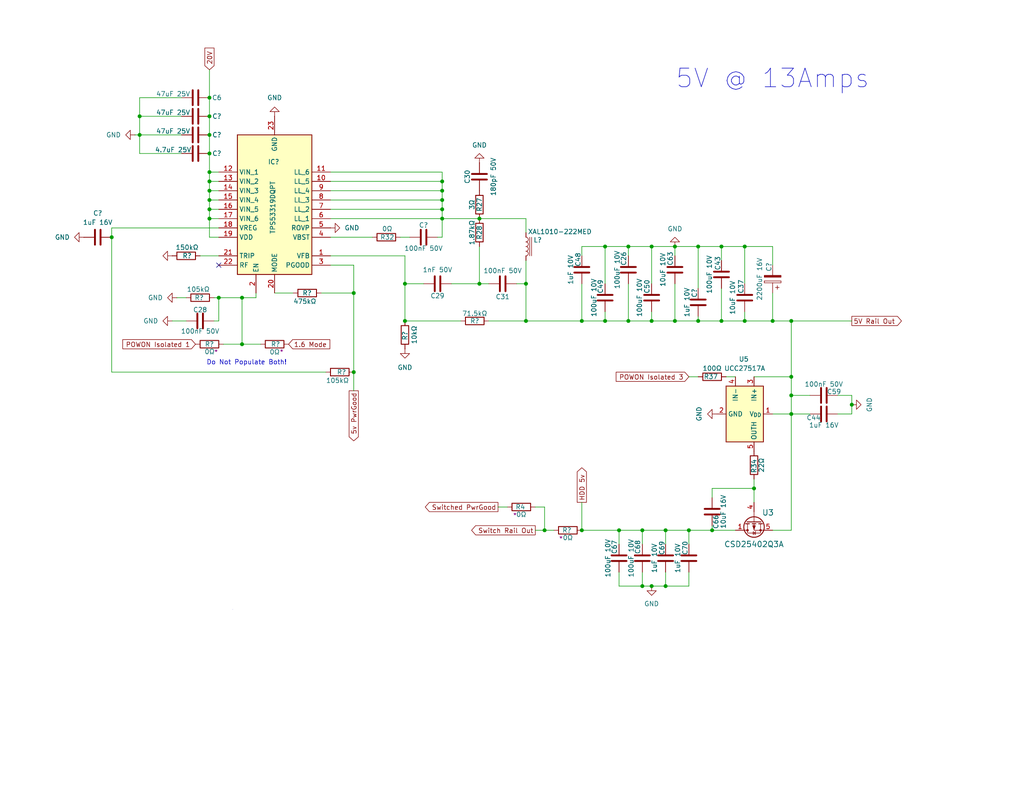
<source format=kicad_sch>
(kicad_sch (version 20250114) (generator "eeschema") (generator_version "9.0")
  (paper "USLetter")
  (title_block (title "pXu") (date "2025-01-02") (rev "1") (company "Andr0"))
  (lib_symbols
    (symbol "Device:C" (pin_numbers (hide yes)) (pin_names (offset 0.254))
      (property "Reference" "C" (at 0.635 2.54 0))
      (property "Value" "C" (at 0.635 -2.54 0))
      (symbol "C_0_1"
        (polyline (pts (xy -2.032 0.762) (xy 2.032 0.762)) (stroke (width 0.508)))
        (polyline (pts (xy -2.032 -0.762) (xy 2.032 -0.762)) (stroke (width 0.508)))
      )
      (symbol "C_1_1"
        (pin passive line (at 0 3.81 270) (length 2.794) (name "~") (number "1"))
        (pin passive line (at 0 -3.81 90) (length 2.794) (name "~") (number "2"))
      )
    )
    (symbol "Device:C_Polarized" (pin_numbers (hide yes)) (pin_names (offset 0.254))
      (property "Reference" "C" (at 0.635 2.54 0))
      (property "Value" "C_Polarized" (at 0.635 -2.54 0))
      (symbol "C_Polarized_0_1"
        (rectangle (start -2.286 0.508) (end 2.286 1.016))
        (polyline (pts (xy -1.778 2.286) (xy -0.762 2.286)))
        (polyline (pts (xy -1.27 2.794) (xy -1.27 1.778)))
        (rectangle (start 2.286 -0.508) (end -2.286 -1.016) (fill (type outline)))
      )
      (symbol "C_Polarized_1_1"
        (pin passive line (at 0 3.81 270) (length 2.794) (name "~") (number "1"))
        (pin passive line (at 0 -3.81 90) (length 2.794) (name "~") (number "2"))
      )
    )
    (symbol "Device:L_Iron" (pin_numbers (hide yes)) (pin_names (offset 1.016) (hide yes))
      (property "Reference" "L" (at -1.27 0 90))
      (property "Value" "L_Iron" (at 2.794 0 90))
      (symbol "L_Iron_0_1"
        (arc (start 0 2.54) (mid 0.6323 1.905) (end 0 1.27))
        (arc (start 0 1.27) (mid 0.6323 0.635) (end 0 0))
        (arc (start 0 0) (mid 0.6323 -0.635) (end 0 -1.27))
        (arc (start 0 -1.27) (mid 0.6323 -1.905) (end 0 -2.54))
        (polyline (pts (xy 1.016 2.54) (xy 1.016 -2.54)))
        (polyline (pts (xy 1.524 -2.54) (xy 1.524 2.54)))
      )
      (symbol "L_Iron_1_1"
        (pin passive line (at 0 3.81 270) (length 1.27) (name "1") (number "1"))
        (pin passive line (at 0 -3.81 90) (length 1.27) (name "2") (number "2"))
      )
    )
    (symbol "Device:R" (pin_numbers (hide yes)) (pin_names (offset 0))
      (property "Reference" "R" (at 2.032 0 90))
      (property "Value" "R" (at 0 0 90))
      (symbol "R_0_1"
        (rectangle (start -1.016 -2.54) (end 1.016 2.54) (stroke (width 0.254)))
      )
      (symbol "R_1_1"
        (pin passive line (at 0 3.81 270) (length 1.27) (name "~") (number "1"))
        (pin passive line (at 0 -3.81 90) (length 1.27) (name "~") (number "2"))
      )
    )
    (symbol "Driver_FET:UCC27511ADBV"
      (property "Reference" "U5" (at 2.1433 10.16 0))
      (property "Value" "UCC27517A" (at 2.1433 7.62 0))
      (symbol "UCC27511ADBV_0_1"
        (rectangle (start -7.62 5.08) (end 7.62 -5.08) (stroke (width 0.254)) (fill (type background)))
      )
      (symbol "UCC27511ADBV_1_1"
        (pin input line (at -10.16 2.54 0) (length 2.54) (name "IN+") (number "3"))
        (pin input line (at -10.16 -2.54 0) (length 2.54) (name "IN-") (number "4"))
        (pin power_in line (at 0 7.62 270) (length 2.54) (name "V_{DD}") (number "1"))
        (pin power_in line (at 0 -7.62 90) (length 2.54) (name "GND") (number "2"))
        (pin output line (at 10.16 2.54 180) (length 2.54) (name "OUTH") (number "5"))
      )
    )
    (symbol "TPS53319:TPS53319DQPT"
      (property "Reference" "IC1" (at 18.034 -37.338 0))
      (property "Value" "TPS53319DQPT" (at 15.748 -15.748 90))
      (symbol "TPS53319DQPT_1_1"
        (rectangle (start 5.08 2.54) (end 25.4 -35.56) (stroke (width 0.254)) (fill (type background)))
        (pin passive line (at 0 0 0) (length 5.08) (name "PGOOD") (number "3"))
        (pin passive line (at 0 -2.54 0) (length 5.08) (name "VFB") (number "1"))
        (pin passive line (at 0 -7.62 0) (length 5.08) (name "VBST") (number "4"))
        (pin passive line (at 0 -10.16 0) (length 5.08) (name "ROVP") (number "5"))
        (pin passive line (at 0 -12.7 0) (length 5.08) (name "LL_1") (number "6"))
        (pin passive line (at 0 -15.24 0) (length 5.08) (name "LL_2") (number "7"))
        (pin passive line (at 0 -17.78 0) (length 5.08) (name "LL_3") (number "8"))
        (pin passive line (at 0 -20.32 0) (length 5.08) (name "LL_4") (number "9"))
        (pin passive line (at 0 -22.86 0) (length 5.08) (name "LL_5") (number "10"))
        (pin passive line (at 0 -25.4 0) (length 5.08) (name "LL_6") (number "11"))
        (pin passive line (at 15.24 7.62 270) (length 5.08) (name "MODE") (number "20"))
        (pin passive line (at 15.24 -40.64 90) (length 5.08) (name "GND") (number "23"))
        (pin passive line (at 20.32 7.62 270) (length 5.08) (name "EN") (number "2"))
        (pin passive line (at 30.48 0 180) (length 5.08) (name "RF") (number "22"))
        (pin passive line (at 30.48 -2.54 180) (length 5.08) (name "TRIP") (number "21"))
        (pin passive line (at 30.48 -7.62 180) (length 5.08) (name "VDD") (number "19"))
        (pin passive line (at 30.48 -10.16 180) (length 5.08) (name "VREG") (number "18"))
        (pin passive line (at 30.48 -12.7 180) (length 5.08) (name "VIN_6") (number "17"))
        (pin passive line (at 30.48 -15.24 180) (length 5.08) (name "VIN_5") (number "16"))
        (pin passive line (at 30.48 -17.78 180) (length 5.08) (name "VIN_4") (number "15"))
        (pin passive line (at 30.48 -20.32 180) (length 5.08) (name "VIN_3") (number "14"))
        (pin passive line (at 30.48 -22.86 180) (length 5.08) (name "VIN_2") (number "13"))
        (pin passive line (at 30.48 -25.4 180) (length 5.08) (name "VIN_1") (number "12"))
      )
    )
    (symbol "Transistor_FET:CSD25402Q3A" (pin_names (hide yes))
      (property "Reference" "U" (at 5.715 1.905 0))
      (property "Value" "CSD25402Q3A" (at 11.811 -0.127 0))
      (symbol "CSD25402Q3A_0_1"
        (polyline (pts (xy 0.254 1.905) (xy 0.254 -1.905)) (stroke (width 0.254)))
        (polyline (pts (xy 0.254 0) (xy -2.54 0)))
        (polyline (pts (xy 0.762 2.286) (xy 0.762 1.27)) (stroke (width 0.254)))
        (polyline (pts (xy 0.762 1.778) (xy 3.302 1.778) (xy 3.302 -1.778) (xy 0.762 -1.778)))
        (polyline (pts (xy 0.762 0.508) (xy 0.762 -0.508)) (stroke (width 0.254)))
        (polyline (pts (xy 0.762 -1.27) (xy 0.762 -2.286)) (stroke (width 0.254)))
        (circle (center 1.651 0) (radius 2.794) (stroke (width 0.254)))
        (polyline (pts (xy 2.286 0) (xy 1.27 0.381) (xy 1.27 -0.381) (xy 2.286 0)) (fill (type outline)))
        (polyline (pts (xy 2.54 2.54) (xy 2.54 1.778)))
        (circle (center 2.54 1.778) (radius 0.254) (fill (type outline)))
        (circle (center 2.54 -1.778) (radius 0.254) (fill (type outline)))
        (polyline (pts (xy 2.54 -2.54) (xy 2.54 0) (xy 0.762 0)))
        (polyline (pts (xy 2.794 -0.508) (xy 2.921 -0.381) (xy 3.683 -0.381) (xy 3.81 -0.254)))
        (polyline (pts (xy 3.302 -0.381) (xy 2.921 0.254) (xy 3.683 0.254) (xy 3.302 -0.381)))
      )
      (symbol "CSD25402Q3A_1_1"
        (pin input line (at -5.08 0 0) (length 2.54) (name "G") (number "4"))
        (pin passive line (at 2.54 5.08 270) (length 2.54) (name "D") (number "1"))
        (pin passive line (at 2.54 5.08 270) (length 2.54) (hide yes) (name "D") (number "2"))
        (pin passive line (at 2.54 5.08 270) (length 2.54) (hide yes) (name "D") (number "3"))
        (pin passive line (at 2.54 -5.08 90) (length 2.54) (name "S") (number "5"))
      )
    )
    (symbol "power:GND" (power) (pin_numbers (hide yes)) (pin_names (offset 0) (hide yes))
      (property "Value" "GND" (at 0 -3.81 0))
      (symbol "GND_0_1"
        (polyline (pts (xy 0 0) (xy 0 -1.27) (xy 1.27 -1.27) (xy 0 -2.54) (xy -1.27 -1.27) (xy 0 -1.27)))
      )
      (symbol "GND_1_1"
        (pin power_in line (at 0 0 270) (length 0) (name "~") (number "1"))
      )
    )
  )
  (text "Do Not Populate Both!" (at 67.31 99.06 0) (effects (font (size 1.27 1.27))))
  (text "5V @ 13Amps" (at 210.82 21.59 0) (effects (font (size 5.08 5.08))))
  (text_box "" (at 63.5 166.37 0) (size 0 0) (margins 0.9779 0.9779 0.9779 0.9779) (stroke (width 0.0508) (color 0 0 194 1)) (effects (font (size 1.27 1.27)) (justify left top)))
  (junction (at 57.15 54.61))
  (junction (at 181.61 160.02))
  (junction (at 57.15 59.69))
  (junction (at 215.9 113.03))
  (junction (at 120.65 54.61))
  (junction (at 177.8 67.31))
  (junction (at 120.65 52.07))
  (junction (at 57.15 52.07))
  (junction (at 184.15 67.31))
  (junction (at 57.15 57.15))
  (junction (at 177.8 160.02))
  (junction (at 194.31 144.78))
  (junction (at 130.81 59.69))
  (junction (at 66.04 81.28))
  (junction (at 57.15 41.91))
  (junction (at 165.1 87.63))
  (junction (at 158.75 144.78))
  (junction (at 210.82 87.63))
  (junction (at 232.41 110.49))
  (junction (at 184.15 87.63))
  (junction (at 203.2 67.31))
  (junction (at 190.5 67.31))
  (junction (at 168.91 144.78))
  (junction (at 30.48 64.77))
  (junction (at 120.65 57.15))
  (junction (at 120.65 59.69))
  (junction (at 175.26 160.02))
  (junction (at 130.81 77.47))
  (junction (at 59.69 81.28))
  (junction (at 205.74 133.35))
  (junction (at 215.9 102.87))
  (junction (at 143.51 87.63))
  (junction (at 148.59 144.78))
  (junction (at 120.65 49.53))
  (junction (at 143.51 77.47))
  (junction (at 96.52 101.6))
  (junction (at 215.9 107.95))
  (junction (at 66.04 93.98))
  (junction (at 158.75 87.63))
  (junction (at 203.2 87.63))
  (junction (at 57.15 31.75))
  (junction (at 196.85 87.63))
  (junction (at 38.1 36.83))
  (junction (at 171.45 87.63))
  (junction (at 196.85 67.31))
  (junction (at 38.1 31.75))
  (junction (at 57.15 26.67))
  (junction (at 181.61 144.78))
  (junction (at 110.49 77.47))
  (junction (at 175.26 144.78))
  (junction (at 57.15 49.53))
  (junction (at 190.5 87.63))
  (junction (at 57.15 46.99))
  (junction (at 57.15 36.83))
  (junction (at 171.45 67.31))
  (junction (at 177.8 87.63))
  (junction (at 165.1 67.31))
  (junction (at 215.9 87.63))
  (junction (at 110.49 87.63))
  (junction (at 187.96 144.78))
  (junction (at 96.52 80.01))
  (no_connect (at 59.69 72.39))
  (wire (pts (xy 57.15 57.15) (xy 57.15 59.69)))
  (wire (pts (xy 60.96 93.98) (xy 66.04 93.98)))
  (wire (pts (xy 181.61 156.21) (xy 181.61 160.02)))
  (wire (pts (xy 130.81 59.69) (xy 143.51 59.69)))
  (wire (pts (xy 135.89 138.43) (xy 138.43 138.43)))
  (wire (pts (xy 59.69 81.28) (xy 59.69 87.63)))
  (wire (pts (xy 215.9 87.63) (xy 232.41 87.63)))
  (wire (pts (xy 130.81 67.31) (xy 130.81 77.47)))
  (wire (pts (xy 177.8 77.47) (xy 177.8 67.31)))
  (wire (pts (xy 57.15 46.99) (xy 57.15 49.53)))
  (wire (pts (xy 177.8 87.63) (xy 177.8 85.09)))
  (wire (pts (xy 120.65 57.15) (xy 120.65 59.69)))
  (wire (pts (xy 120.65 64.77) (xy 120.65 59.69)))
  (wire (pts (xy 196.85 71.12) (xy 196.85 67.31)))
  (wire (pts (xy 133.35 77.47) (xy 130.81 77.47)))
  (wire (pts (xy 187.96 144.78) (xy 187.96 148.59)))
  (wire (pts (xy 66.04 81.28) (xy 69.85 81.28)))
  (wire (pts (xy 190.5 67.31) (xy 196.85 67.31)))
  (wire (pts (xy 184.15 87.63) (xy 190.5 87.63)))
  (wire (pts (xy 57.15 46.99) (xy 59.69 46.99)))
  (wire (pts (xy 57.15 19.05) (xy 57.15 26.67)))
  (wire (pts (xy 168.91 144.78) (xy 175.26 144.78)))
  (wire (pts (xy 175.26 144.78) (xy 181.61 144.78)))
  (wire (pts (xy 148.59 144.78) (xy 146.05 144.78)))
  (wire (pts (xy 210.82 80.01) (xy 210.82 87.63)))
  (wire (pts (xy 90.17 57.15) (xy 120.65 57.15)))
  (wire (pts (xy 30.48 101.6) (xy 88.9 101.6)))
  (wire (pts (xy 120.65 59.69) (xy 130.81 59.69)))
  (wire (pts (xy 205.74 137.16) (xy 205.74 133.35)))
  (wire (pts (xy 158.75 69.85) (xy 158.75 67.31)))
  (wire (pts (xy 203.2 77.47) (xy 203.2 67.31)))
  (wire (pts (xy 30.48 64.77) (xy 30.48 101.6)))
  (wire (pts (xy 57.15 36.83) (xy 57.15 41.91)))
  (wire (pts (xy 215.9 113.03) (xy 210.82 113.03)))
  (wire (pts (xy 143.51 59.69) (xy 143.51 63.5)))
  (wire (pts (xy 196.85 67.31) (xy 203.2 67.31)))
  (wire (pts (xy 148.59 144.78) (xy 151.13 144.78)))
  (wire (pts (xy 190.5 87.63) (xy 196.85 87.63)))
  (wire (pts (xy 57.15 54.61) (xy 57.15 57.15)))
  (wire (pts (xy 187.96 144.78) (xy 194.31 144.78)))
  (wire (pts (xy 69.85 81.28) (xy 69.85 80.01)))
  (wire (pts (xy 133.35 87.63) (xy 143.51 87.63)))
  (wire (pts (xy 110.49 77.47) (xy 115.57 77.47)))
  (wire (pts (xy 36.83 36.83) (xy 38.1 36.83)))
  (wire (pts (xy 90.17 64.77) (xy 101.6 64.77)))
  (wire (pts (xy 175.26 156.21) (xy 175.26 160.02)))
  (wire (pts (xy 177.8 160.02) (xy 181.61 160.02)))
  (wire (pts (xy 184.15 87.63) (xy 184.15 77.47)))
  (wire (pts (xy 38.1 36.83) (xy 38.1 41.91)))
  (wire (pts (xy 158.75 144.78) (xy 168.91 144.78)))
  (wire (pts (xy 58.42 87.63) (xy 59.69 87.63)))
  (wire (pts (xy 59.69 81.28) (xy 66.04 81.28)))
  (wire (pts (xy 190.5 78.74) (xy 190.5 67.31)))
  (wire (pts (xy 194.31 133.35) (xy 205.74 133.35)))
  (wire (pts (xy 110.49 77.47) (xy 110.49 87.63)))
  (wire (pts (xy 38.1 41.91) (xy 49.53 41.91)))
  (wire (pts (xy 175.26 144.78) (xy 175.26 148.59)))
  (wire (pts (xy 90.17 54.61) (xy 120.65 54.61)))
  (wire (pts (xy 38.1 31.75) (xy 38.1 36.83)))
  (wire (pts (xy 168.91 156.21) (xy 168.91 160.02)))
  (wire (pts (xy 232.41 107.95) (xy 232.41 110.49)))
  (wire (pts (xy 168.91 144.78) (xy 168.91 148.59)))
  (wire (pts (xy 187.96 102.87) (xy 190.5 102.87)))
  (wire (pts (xy 143.51 77.47) (xy 143.51 87.63)))
  (wire (pts (xy 87.63 80.01) (xy 96.52 80.01)))
  (wire (pts (xy 184.15 69.85) (xy 184.15 67.31)))
  (wire (pts (xy 215.9 113.03) (xy 215.9 144.78)))
  (wire (pts (xy 181.61 144.78) (xy 181.61 148.59)))
  (wire (pts (xy 57.15 59.69) (xy 59.69 59.69)))
  (wire (pts (xy 90.17 69.85) (xy 110.49 69.85)))
  (wire (pts (xy 228.6 107.95) (xy 232.41 107.95)))
  (wire (pts (xy 125.73 87.63) (xy 110.49 87.63)))
  (wire (pts (xy 110.49 69.85) (xy 110.49 77.47)))
  (wire (pts (xy 158.75 77.47) (xy 158.75 87.63)))
  (wire (pts (xy 203.2 67.31) (xy 210.82 67.31)))
  (wire (pts (xy 196.85 87.63) (xy 203.2 87.63)))
  (wire (pts (xy 194.31 135.89) (xy 194.31 133.35)))
  (wire (pts (xy 57.15 49.53) (xy 57.15 52.07)))
  (wire (pts (xy 203.2 87.63) (xy 203.2 85.09)))
  (wire (pts (xy 184.15 87.63) (xy 177.8 87.63)))
  (wire (pts (xy 148.59 138.43) (xy 148.59 144.78)))
  (wire (pts (xy 177.8 67.31) (xy 184.15 67.31)))
  (wire (pts (xy 194.31 143.51) (xy 194.31 144.78)))
  (wire (pts (xy 215.9 144.78) (xy 210.82 144.78)))
  (wire (pts (xy 57.15 54.61) (xy 59.69 54.61)))
  (wire (pts (xy 96.52 72.39) (xy 90.17 72.39)))
  (wire (pts (xy 57.15 57.15) (xy 59.69 57.15)))
  (wire (pts (xy 38.1 26.67) (xy 38.1 31.75)))
  (wire (pts (xy 119.38 64.77) (xy 120.65 64.77)))
  (wire (pts (xy 90.17 59.69) (xy 120.65 59.69)))
  (wire (pts (xy 171.45 67.31) (xy 177.8 67.31)))
  (wire (pts (xy 74.93 80.01) (xy 80.01 80.01)))
  (wire (pts (xy 215.9 87.63) (xy 210.82 87.63)))
  (wire (pts (xy 215.9 107.95) (xy 215.9 113.03)))
  (wire (pts (xy 90.17 52.07) (xy 120.65 52.07)))
  (wire (pts (xy 165.1 77.47) (xy 165.1 67.31)))
  (wire (pts (xy 175.26 160.02) (xy 177.8 160.02)))
  (wire (pts (xy 38.1 36.83) (xy 49.53 36.83)))
  (wire (pts (xy 190.5 87.63) (xy 190.5 86.36)))
  (wire (pts (xy 232.41 110.49) (xy 232.41 113.03)))
  (wire (pts (xy 165.1 67.31) (xy 171.45 67.31)))
  (wire (pts (xy 57.15 31.75) (xy 57.15 36.83)))
  (wire (pts (xy 109.22 64.77) (xy 111.76 64.77)))
  (wire (pts (xy 196.85 78.74) (xy 196.85 87.63)))
  (wire (pts (xy 120.65 49.53) (xy 120.65 52.07)))
  (wire (pts (xy 96.52 72.39) (xy 96.52 80.01)))
  (wire (pts (xy 215.9 113.03) (xy 220.98 113.03)))
  (wire (pts (xy 165.1 87.63) (xy 165.1 85.09)))
  (wire (pts (xy 171.45 87.63) (xy 171.45 77.47)))
  (wire (pts (xy 30.48 62.23) (xy 30.48 64.77)))
  (wire (pts (xy 210.82 87.63) (xy 203.2 87.63)))
  (wire (pts (xy 215.9 107.95) (xy 220.98 107.95)))
  (wire (pts (xy 198.12 102.87) (xy 200.66 102.87)))
  (wire (pts (xy 205.74 133.35) (xy 205.74 130.81)))
  (wire (pts (xy 146.05 138.43) (xy 148.59 138.43)))
  (wire (pts (xy 120.65 46.99) (xy 120.65 49.53)))
  (wire (pts (xy 46.99 87.63) (xy 50.8 87.63)))
  (wire (pts (xy 57.15 49.53) (xy 59.69 49.53)))
  (wire (pts (xy 120.65 52.07) (xy 120.65 54.61)))
  (wire (pts (xy 158.75 87.63) (xy 165.1 87.63)))
  (wire (pts (xy 57.15 52.07) (xy 59.69 52.07)))
  (wire (pts (xy 90.17 49.53) (xy 120.65 49.53)))
  (wire (pts (xy 30.48 62.23) (xy 59.69 62.23)))
  (wire (pts (xy 158.75 67.31) (xy 165.1 67.31)))
  (wire (pts (xy 171.45 87.63) (xy 177.8 87.63)))
  (wire (pts (xy 66.04 81.28) (xy 66.04 93.98)))
  (wire (pts (xy 158.75 137.16) (xy 158.75 144.78)))
  (wire (pts (xy 48.26 81.28) (xy 50.8 81.28)))
  (wire (pts (xy 120.65 54.61) (xy 120.65 57.15)))
  (wire (pts (xy 38.1 31.75) (xy 49.53 31.75)))
  (wire (pts (xy 171.45 87.63) (xy 165.1 87.63)))
  (wire (pts (xy 215.9 102.87) (xy 215.9 107.95)))
  (wire (pts (xy 143.51 71.12) (xy 143.51 77.47)))
  (wire (pts (xy 171.45 69.85) (xy 171.45 67.31)))
  (wire (pts (xy 181.61 144.78) (xy 187.96 144.78)))
  (wire (pts (xy 123.19 77.47) (xy 130.81 77.47)))
  (wire (pts (xy 184.15 67.31) (xy 190.5 67.31)))
  (wire (pts (xy 194.31 144.78) (xy 200.66 144.78)))
  (wire (pts (xy 57.15 26.67) (xy 57.15 31.75)))
  (wire (pts (xy 205.74 102.87) (xy 215.9 102.87)))
  (wire (pts (xy 181.61 160.02) (xy 187.96 160.02)))
  (wire (pts (xy 54.61 69.85) (xy 59.69 69.85)))
  (wire (pts (xy 215.9 87.63) (xy 215.9 102.87)))
  (wire (pts (xy 187.96 160.02) (xy 187.96 156.21)))
  (wire (pts (xy 140.97 77.47) (xy 143.51 77.47)))
  (wire (pts (xy 38.1 26.67) (xy 49.53 26.67)))
  (wire (pts (xy 232.41 113.03) (xy 228.6 113.03)))
  (wire (pts (xy 58.42 81.28) (xy 59.69 81.28)))
  (wire (pts (xy 96.52 80.01) (xy 96.52 101.6)))
  (wire (pts (xy 90.17 46.99) (xy 120.65 46.99)))
  (wire (pts (xy 96.52 101.6) (xy 96.52 106.68)))
  (wire (pts (xy 57.15 59.69) (xy 57.15 64.77)))
  (wire (pts (xy 143.51 87.63) (xy 158.75 87.63)))
  (wire (pts (xy 57.15 41.91) (xy 57.15 46.99)))
  (wire (pts (xy 57.15 52.07) (xy 57.15 54.61)))
  (wire (pts (xy 57.15 64.77) (xy 59.69 64.77)))
  (wire (pts (xy 168.91 160.02) (xy 175.26 160.02)))
  (wire (pts (xy 210.82 72.39) (xy 210.82 67.31)))
  (wire (pts (xy 66.04 93.98) (xy 71.12 93.98)))
  (global_label "POWON Isolated 3" (shape input) (at 187.96 102.87 180) (property "Intersheetrefs" "${INTERSHEET_REFS}" (effects (hide yes))))
  (global_label "Switch Rail Out" (shape output) (at 146.05 144.78 180) (property "Intersheetrefs" "${INTERSHEET_REFS}" (effects (hide yes))))
  (global_label "Switched PwrGood" (shape output) (at 135.89 138.43 180) (property "Intersheetrefs" "${INTERSHEET_REFS}" (effects (hide yes))))
  (global_label "HDD 5v" (shape output) (at 158.75 137.16 90) (property "Intersheetrefs" "${INTERSHEET_REFS}" (effects (hide yes))))
  (global_label "20V" (shape input) (at 57.15 19.05 90) (property "Intersheetrefs" "${INTERSHEET_REFS}" (effects (hide yes))))
  (global_label "5V Rail Out" (shape output) (at 232.41 87.63 0) (property "Intersheetrefs" "${INTERSHEET_REFS}" (effects (hide yes))))
  (global_label "1.6 Mode" (shape input) (at 78.74 93.98 0) (property "Intersheetrefs" "${INTERSHEET_REFS}" (effects (hide yes))))
  (global_label "5v PwrGood" (shape output) (at 96.52 106.68 270) (property "Intersheetrefs" "${INTERSHEET_REFS}" (effects (hide yes))))
  (global_label "POWON Isolated 1" (shape input) (at 53.34 93.98 180) (property "Intersheetrefs" "${INTERSHEET_REFS}" (effects (hide yes))))
  (symbol (lib_id "Device:C") (at 53.34 41.91 90) (unit 1)
    (property "Reference" "C?" (at 59.182 41.91 90))
    (property "Value" "4.7uF 25V" (at 47.244 40.894 90))
    (property "Footprint" "Capacitor_SMD:C_0603_1608Metric_Pad1.08x0.95mm_HandSolder" (effects (hide yes)))
    (property "Description" "Unpolarized capacitor" (effects (hide yes)))
  )
  (symbol (lib_id "power:GND") (at 232.41 110.49 90) (unit 1)
    (property "Reference" "#PWR027" (effects (hide yes)))
    (property "Value" "GND" (at 237.236 108.458 0) (effects (justify right)))
    (property "Description" "Power symbol creates a global label with name \"GND\" , ground" (effects (hide yes)))
  )
  (symbol (lib_id "Device:C") (at 194.31 139.7 180) (unit 1)
    (property "Reference" "C66" (at 195.326 142.494 90))
    (property "Value" "10uF 16V" (at 197.358 139.7 90))
    (property "Footprint" "Capacitor_SMD:C_0603_1608Metric_Pad1.08x0.95mm_HandSolder" (effects (hide yes)))
    (property "Description" "Unpolarized capacitor" (effects (hide yes)))
  )
  (symbol (lib_id "Device:R") (at 142.24 138.43 270) (unit 1)
    (property "Reference" "R4" (at 141.986 138.43 90))
    (property "Value" "0Ω" (at 142.24 140.462 90))
    (property "Footprint" "Resistor_SMD:R_0603_1608Metric_Pad0.98x0.95mm_HandSolder" (effects (hide yes)))
    (property "Description" "Resistor" (effects (hide yes)))
    (property "DNP" "*" (at 140.5078 140.721 90))
  )
  (symbol (lib_id "Device:R") (at 92.71 101.6 90) (unit 1)
    (property "Reference" "R?" (at 94.488 101.6 90) (effects (justify left)))
    (property "Value" "105kΩ" (at 95.25 103.886 90) (effects (justify left)))
    (property "Footprint" "Resistor_SMD:R_0603_1608Metric_Pad0.98x0.95mm_HandSolder" (effects (hide yes)))
    (property "Description" "Resistor" (effects (hide yes)))
  )
  (symbol (lib_id "power:GND") (at 36.83 36.83 270) (unit 1)
    (property "Reference" "#PWR02" (effects (hide yes)))
    (property "Value" "GND" (at 33.02 36.8299 90) (effects (justify right)))
    (property "Description" "Power symbol creates a global label with name \"GND\" , ground" (effects (hide yes)))
  )
  (symbol (lib_id "Device:C") (at 158.75 73.66 0) (unit 1)
    (property "Reference" "C48" (at 157.734 70.866 90))
    (property "Value" "1uF 10V" (at 155.702 73.66 90))
    (property "Footprint" "Capacitor_SMD:C_0603_1608Metric_Pad1.08x0.95mm_HandSolder" (effects (hide yes)))
    (property "Description" "Unpolarized capacitor" (effects (hide yes)))
  )
  (symbol (lib_id "Device:C_Polarized") (at 210.82 76.2 180) (unit 1)
    (property "Reference" "C?" (at 209.804 72.898 90))
    (property "Value" "2200uF 16V" (at 207.264 76.2 90))
    (property "Footprint" "Capacitor_THT:CP_Radial_D10.0mm_P5.00mm" (effects (hide yes)))
    (property "Description" "Polarized Poly Capacitor" (effects (hide yes)))
  )
  (symbol (lib_id "Device:C") (at 26.67 64.77 90) (unit 1)
    (property "Reference" "C?" (at 26.67 58.1925 90))
    (property "Value" "1uF 16V" (at 26.67 60.7325 90))
    (property "Footprint" "Capacitor_SMD:C_0603_1608Metric_Pad1.08x0.95mm_HandSolder" (effects (hide yes)))
    (property "Description" "Unpolarized capacitor" (effects (hide yes)))
  )
  (symbol (lib_id "Device:C") (at 53.34 26.67 90) (unit 1)
    (property "Reference" "C6" (at 59.182 26.67 90))
    (property "Value" "47uF 25V" (at 47.244 25.654 90))
    (property "Footprint" "Capacitor_SMD:C_1210_3225Metric_Pad1.33x2.70mm_HandSolder" (effects (hide yes)))
    (property "Description" "Unpolarized capacitor" (effects (hide yes)))
  )
  (symbol (lib_id "power:GND") (at 46.99 69.85 270) (unit 1)
    (property "Reference" "#PWR?" (effects (hide yes)))
    (property "Value" "GND" (effects (hide yes)))
    (property "Description" "Power symbol creates a global label with name \"GND\" , ground" (effects (hide yes)))
  )
  (symbol (lib_id "Device:C") (at 53.34 31.75 90) (unit 1)
    (property "Reference" "C?" (at 59.182 31.75 90))
    (property "Value" "47uF 25V" (at 47.244 30.734 90))
    (property "Footprint" "Capacitor_SMD:C_1210_3225Metric_Pad1.33x2.70mm_HandSolder" (effects (hide yes)))
    (property "Description" "Unpolarized capacitor" (effects (hide yes)))
  )
  (symbol (lib_id "Device:R") (at 110.49 91.44 180) (unit 1)
    (property "Reference" "R?" (at 110.49 92.964 90) (effects (justify right)))
    (property "Value" "10kΩ" (at 113.03 93.98 90) (effects (justify right)))
    (property "Footprint" "Resistor_SMD:R_0603_1608Metric_Pad0.98x0.95mm_HandSolder" (effects (hide yes)))
    (property "Description" "Resistor" (effects (hide yes)))
  )
  (symbol (lib_id "power:GND") (at 46.99 87.63 270) (unit 1)
    (property "Reference" "#PWR048" (effects (hide yes)))
    (property "Value" "GND" (at 43.18 87.6299 90) (effects (justify right)))
    (property "Description" "Power symbol creates a global label with name \"GND\" , ground" (effects (hide yes)))
  )
  (symbol (lib_id "power:GND") (at 184.15 67.31 180) (unit 1)
    (property "Reference" "#PWR055" (effects (hide yes)))
    (property "Value" "GND" (at 182.118 62.484 0) (effects (justify right)))
    (property "Description" "Power symbol creates a global label with name \"GND\" , ground" (effects (hide yes)))
  )
  (symbol (lib_id "Device:R") (at 154.94 144.78 270) (unit 1)
    (property "Reference" "R?" (at 154.686 144.78 90))
    (property "Value" "0Ω" (at 154.94 146.812 90))
    (property "Footprint" "Resistor_SMD:R_1206_3216Metric_Pad1.30x1.75mm_HandSolder" (effects (hide yes)))
    (property "Description" "Resistor" (effects (hide yes)))
    (property "DNP" "*" (at 153.0543 147.0927 90))
  )
  (symbol (lib_id "Driver_FET:UCC27511ADBV") (at 203.2 113.03 270) (unit 1)
    (property "Reference" "U5" (at 202.946 98.044 90))
    (property "Value" "UCC27517A" (at 203.2 100.584 90))
    (property "Footprint" "Package_TO_SOT_SMD:SOT-23-5" (effects (hide yes)))
    (property "Datasheet" "https://www.ti.com/lit/ds/symlink/ucc27517a.pdf" (effects (hide yes)))
    (property "Description" "Single-Channel High-Speed Low-Side Gate Driver with Negative Input Voltage Capability (with 4-A Peak Source and Sink)" (effects (hide yes)))
  )
  (symbol (lib_id "Device:C") (at 184.15 73.66 0) (unit 1)
    (property "Reference" "C63" (at 182.88 70.612 90))
    (property "Value" "10uF 10V" (at 180.848 73.66 90))
    (property "Footprint" "Capacitor_SMD:C_0805_2012Metric_Pad1.18x1.45mm_HandSolder" (effects (hide yes)))
    (property "Description" "Unpolarized capacitor" (effects (hide yes)))
  )
  (symbol (lib_id "Device:R") (at 129.54 87.63 90) (unit 1)
    (property "Reference" "R?" (at 129.54 87.63 90))
    (property "Value" "71.5kΩ" (at 129.54 85.598 90))
    (property "Footprint" "Resistor_SMD:R_0603_1608Metric_Pad0.98x0.95mm_HandSolder" (effects (hide yes)))
    (property "Description" "Resistor" (effects (hide yes)))
  )
  (symbol (lib_id "Device:C") (at 53.34 36.83 90) (unit 1)
    (property "Reference" "C?" (at 59.182 36.83 90))
    (property "Value" "47uF 25V" (at 47.244 35.814 90))
    (property "Footprint" "Capacitor_SMD:C_1210_3225Metric_Pad1.33x2.70mm_HandSolder" (effects (hide yes)))
    (property "Description" "Unpolarized capacitor" (effects (hide yes)))
  )
  (symbol (lib_id "Device:R") (at 57.15 93.98 90) (unit 1)
    (property "Reference" "R?" (at 57.15 93.98 90))
    (property "Value" "0Ω" (at 57.2093 96.02 90))
    (property "Footprint" "Resistor_SMD:R_0603_1608Metric_Pad0.98x0.95mm_HandSolder" (effects (hide yes)))
    (property "Description" "Resistor" (effects (hide yes)))
    (property "DNP" "*" (at 58.9539 96.1508 90))
  )
  (symbol (lib_id "power:GND") (at 177.8 160.02 0) (unit 1)
    (property "Reference" "#PWR042" (effects (hide yes)))
    (property "Value" "GND" (at 179.832 164.846 0) (effects (justify right)))
    (property "Description" "Power symbol creates a global label with name \"GND\" , ground" (effects (hide yes)))
  )
  (symbol (lib_id "power:GND") (at 90.17 62.23 90) (unit 1)
    (property "Reference" "#PWR?" (effects (hide yes)))
    (property "Value" "GND" (at 93.98 62.2299 90) (effects (justify right)))
    (property "Description" "Power symbol creates a global label with name \"GND\" , ground" (effects (hide yes)))
  )
  (symbol (lib_id "Device:C") (at 224.79 107.95 270) (unit 1)
    (property "Reference" "C59" (at 227.584 106.934 90))
    (property "Value" "100nF 50V" (at 224.79 104.902 90))
    (property "Footprint" "Capacitor_SMD:C_0603_1608Metric_Pad1.08x0.95mm_HandSolder" (effects (hide yes)))
    (property "Description" "Unpolarized capacitor" (effects (hide yes)))
  )
  (symbol (lib_id "Device:C") (at 177.8 81.28 0) (unit 1)
    (property "Reference" "C50" (at 176.53 78.232 90))
    (property "Value" "100uF 10V" (at 174.498 81.28 90))
    (property "Footprint" "Capacitor_SMD:C_1206_3216Metric_Pad1.33x1.80mm_HandSolder" (effects (hide yes)))
    (property "Description" "Unpolarized capacitor" (effects (hide yes)))
  )
  (symbol (lib_id "Device:C") (at 165.1 81.28 0) (unit 1)
    (property "Reference" "C49" (at 163.83 78.232 90))
    (property "Value" "100uF 10V" (at 162.052 81.28 90))
    (property "Footprint" "Capacitor_SMD:C_1206_3216Metric_Pad1.33x1.80mm_HandSolder" (effects (hide yes)))
    (property "Description" "Unpolarized capacitor" (effects (hide yes)))
  )
  (symbol (lib_id "Device:C") (at 190.5 82.55 0) (unit 1)
    (property "Reference" "C?" (at 189.484 80.01 90))
    (property "Value" "1uF 10V" (at 187.452 82.55 90))
    (property "Footprint" "Capacitor_SMD:C_0603_1608Metric_Pad1.08x0.95mm_HandSolder" (effects (hide yes)))
    (property "Description" "Unpolarized capacitor" (effects (hide yes)))
  )
  (symbol (lib_id "Device:L_Iron") (at 143.51 67.31 0) (unit 1)
    (property "Reference" "L?" (at 145.542 65.532 0) (effects (justify left)))
    (property "Value" "XAL1010-222MED" (at 144.018 63.246 0) (effects (justify left)))
    (property "Footprint" "Inductor_SMD:L_10.4x10.4_H4.8" (effects (hide yes)))
    (property "Datasheet" "https://www.mouser.com/datasheet/2/597/xal1010-270716.pdf" (effects (hide yes)))
    (property "Description" "Inductor with iron core" (effects (hide yes)))
    (property "Part#" "XAL1010-222MED " (effects (hide yes)))
  )
  (symbol (lib_id "Device:R") (at 74.93 93.98 90) (unit 1)
    (property "Reference" "R?" (at 75.184 93.98 90))
    (property "Value" "0Ω" (at 74.9601 96.1072 90))
    (property "Footprint" "Resistor_SMD:R_0603_1608Metric_Pad0.98x0.95mm_HandSolder" (effects (hide yes)))
    (property "Description" "Resistor" (effects (hide yes)))
    (property "DNP" "*" (at 76.8355 96.1072 90))
  )
  (symbol (lib_id "power:GND") (at 195.58 113.03 270) (unit 1)
    (property "Reference" "#PWR016" (effects (hide yes)))
    (property "Value" "GND" (at 190.754 115.062 0) (effects (justify right)))
    (property "Description" "Power symbol creates a global label with name \"GND\" , ground" (effects (hide yes)))
  )
  (symbol (lib_id "Device:R") (at 50.8 69.85 90) (unit 1)
    (property "Reference" "R?" (at 51.054 69.85 90))
    (property "Value" "150kΩ" (at 51.054 67.564 90))
    (property "Footprint" "Resistor_SMD:R_0603_1608Metric_Pad0.98x0.95mm_HandSolder" (effects (hide yes)))
    (property "Description" "Resistor" (effects (hide yes)))
  )
  (symbol (lib_id "Device:C") (at 137.16 77.47 270) (unit 1)
    (property "Reference" "C31" (at 137.16 81.026 90))
    (property "Value" "100nF 50V" (at 137.16 73.914 90))
    (property "Footprint" "Capacitor_SMD:C_0603_1608Metric_Pad1.08x0.95mm_HandSolder" (effects (hide yes)))
    (property "Description" "Unpolarized capacitor" (effects (hide yes)))
  )
  (symbol (lib_id "Device:R") (at 130.81 63.5 180) (unit 1)
    (property "Reference" "R28" (at 130.81 63.5 90))
    (property "Value" "1.87kΩ" (at 128.778 63.5 90))
    (property "Footprint" "Resistor_SMD:R_0805_2012Metric_Pad1.20x1.40mm_HandSolder" (effects (hide yes)))
    (property "Description" "Resistor" (effects (hide yes)))
  )
  (symbol (lib_id "Device:R") (at 105.41 64.77 90) (unit 1)
    (property "Reference" "R32" (at 105.664 64.77 90))
    (property "Value" "0Ω" (at 105.664 62.484 90))
    (property "Footprint" "Resistor_SMD:R_0603_1608Metric_Pad0.98x0.95mm_HandSolder" (effects (hide yes)))
    (property "Description" "Resistor" (effects (hide yes)))
  )
  (symbol (lib_id "power:GND") (at 48.26 81.28 270) (unit 1)
    (property "Reference" "#PWR04" (effects (hide yes)))
    (property "Value" "GND" (at 44.45 81.2799 90) (effects (justify right)))
    (property "Description" "Power symbol creates a global label with name \"GND\" , ground" (effects (hide yes)))
  )
  (symbol (lib_id "Device:R") (at 83.82 80.01 90) (unit 1)
    (property "Reference" "R?" (at 85.09 80.01 90) (effects (justify left)))
    (property "Value" "475kΩ" (at 86.36 82.296 90) (effects (justify left)))
    (property "Footprint" "Resistor_SMD:R_0603_1608Metric_Pad0.98x0.95mm_HandSolder" (effects (hide yes)))
    (property "Description" "Resistor" (effects (hide yes)))
  )
  (symbol (lib_id "Device:C") (at 181.61 152.4 0) (unit 1)
    (property "Reference" "C69" (at 180.594 149.606 90))
    (property "Value" "1uF 10V" (at 178.562 152.4 90))
    (property "Footprint" "Capacitor_SMD:C_0603_1608Metric_Pad1.08x0.95mm_HandSolder" (effects (hide yes)))
    (property "Description" "Unpolarized capacitor" (effects (hide yes)))
  )
  (symbol (lib_id "Device:R") (at 130.81 55.88 180) (unit 1)
    (property "Reference" "R27" (at 130.81 55.88 90))
    (property "Value" "3Ω" (at 128.778 55.88 90))
    (property "Footprint" "Resistor_SMD:R_1206_3216Metric_Pad1.30x1.75mm_HandSolder" (effects (hide yes)))
    (property "Description" "Resistor" (effects (hide yes)))
  )
  (symbol (lib_id "Device:C") (at 119.38 77.47 270) (unit 1)
    (property "Reference" "C29" (at 119.38 80.772 90))
    (property "Value" "1nF 50V" (at 119.38 73.66 90))
    (property "Footprint" "Capacitor_SMD:C_0603_1608Metric_Pad1.08x0.95mm_HandSolder" (effects (hide yes)))
    (property "Description" "Unpolarized capacitor" (effects (hide yes)))
  )
  (symbol (lib_id "Device:C") (at 54.61 87.63 90) (unit 1)
    (property "Reference" "C28" (at 54.61 84.582 90))
    (property "Value" "100nF 50V" (at 54.61 90.424 90))
    (property "Footprint" "Capacitor_SMD:C_0603_1608Metric_Pad1.08x0.95mm_HandSolder" (effects (hide yes)))
    (property "Description" "Unpolarized capacitor" (effects (hide yes)))
  )
  (symbol (lib_id "Device:C") (at 171.45 73.66 0) (unit 1)
    (property "Reference" "C26" (at 170.18 70.612 90))
    (property "Value" "100uF 10V" (at 168.402 73.66 90))
    (property "Footprint" "Capacitor_SMD:C_1206_3216Metric_Pad1.33x1.80mm_HandSolder" (effects (hide yes)))
    (property "Description" "Unpolarized capacitor" (effects (hide yes)))
  )
  (symbol (lib_id "power:GND") (at 22.86 64.77 270) (unit 1)
    (property "Reference" "#PWR?" (effects (hide yes)))
    (property "Value" "GND" (at 19.05 64.7699 90) (effects (justify right)))
    (property "Description" "Power symbol creates a global label with name \"GND\" , ground" (effects (hide yes)))
  )
  (symbol (lib_id "Device:C") (at 168.91 152.4 0) (unit 1)
    (property "Reference" "C67" (at 167.64 149.352 90))
    (property "Value" "100uF 10V" (at 165.862 152.4 90))
    (property "Footprint" "Capacitor_SMD:C_1206_3216Metric_Pad1.33x1.80mm_HandSolder" (effects (hide yes)))
    (property "Description" "Unpolarized capacitor" (effects (hide yes)))
  )
  (symbol (lib_id "Device:R") (at 54.61 81.28 90) (unit 1)
    (property "Reference" "R?" (at 54.356 81.28 90))
    (property "Value" "105kΩ" (at 54.102 78.994 90))
    (property "Footprint" "Resistor_SMD:R_0603_1608Metric_Pad0.98x0.95mm_HandSolder" (effects (hide yes)))
    (property "Description" "Resistor" (effects (hide yes)))
  )
  (symbol (lib_id "Device:C") (at 187.96 152.4 0) (unit 1)
    (property "Reference" "C70" (at 186.944 149.606 90))
    (property "Value" "1uF 10V" (at 184.912 152.4 90))
    (property "Footprint" "Capacitor_SMD:C_0603_1608Metric_Pad1.08x0.95mm_HandSolder" (effects (hide yes)))
    (property "Description" "Unpolarized capacitor" (effects (hide yes)))
  )
  (symbol (lib_id "Device:C") (at 203.2 81.28 0) (unit 1)
    (property "Reference" "C37" (at 202.184 78.232 90))
    (property "Value" "10uF 10V" (at 199.898 81.28 90))
    (property "Footprint" "Capacitor_SMD:C_0805_2012Metric_Pad1.18x1.45mm_HandSolder" (effects (hide yes)))
    (property "Description" "Unpolarized capacitor" (effects (hide yes)))
  )
  (symbol (lib_id "Device:C") (at 224.79 113.03 90) (unit 1)
    (property "Reference" "C44" (at 221.996 114.046 90))
    (property "Value" "1uF 16V" (at 224.79 116.078 90))
    (property "Footprint" "Capacitor_SMD:C_0603_1608Metric_Pad1.08x0.95mm_HandSolder" (effects (hide yes)))
    (property "Description" "Unpolarized capacitor" (effects (hide yes)))
  )
  (symbol (lib_id "Device:R") (at 205.74 127 0) (unit 1)
    (property "Reference" "R34" (at 205.74 127.254 90))
    (property "Value" "22Ω" (at 207.772 127 90))
    (property "Footprint" "Resistor_SMD:R_0603_1608Metric_Pad0.98x0.95mm_HandSolder" (effects (hide yes)))
    (property "Description" "Resistor" (effects (hide yes)))
    (property "DNP" "*" (effects (hide yes)))
  )
  (symbol (lib_id "Device:C") (at 115.57 64.77 270) (unit 1)
    (property "Reference" "C?" (at 115.57 61.468 90))
    (property "Value" "100nF 50V" (at 115.57 67.818 90))
    (property "Footprint" "Capacitor_SMD:C_0603_1608Metric_Pad1.08x0.95mm_HandSolder" (effects (hide yes)))
    (property "Description" "Unpolarized capacitor" (effects (hide yes)))
  )
  (symbol (lib_id "Device:C") (at 130.81 48.26 180) (unit 1)
    (property "Reference" "C30" (at 127.508 48.26 90))
    (property "Value" "180pF 50V" (at 134.62 48.26 90))
    (property "Footprint" "Capacitor_SMD:C_0603_1608Metric_Pad1.08x0.95mm_HandSolder" (effects (hide yes)))
    (property "Description" "Unpolarized capacitor" (effects (hide yes)))
  )
  (symbol (lib_id "Device:C") (at 196.85 74.93 0) (unit 1)
    (property "Reference" "C43" (at 195.834 71.882 90))
    (property "Value" "100uF 10V" (at 193.548 74.93 90))
    (property "Footprint" "Capacitor_SMD:C_1206_3216Metric_Pad1.33x1.80mm_HandSolder" (effects (hide yes)))
    (property "Description" "Unpolarized capacitor" (effects (hide yes)))
  )
  (symbol (lib_id "power:GND") (at 130.81 44.45 180) (unit 1)
    (property "Reference" "#PWR012" (effects (hide yes)))
    (property "Value" "GND" (at 128.778 39.624 0) (effects (justify right)))
    (property "Description" "Power symbol creates a global label with name \"GND\" , ground" (effects (hide yes)))
  )
  (symbol (lib_id "power:GND") (at 110.49 95.25 0) (unit 1)
    (property "Reference" "#PWR?" (effects (hide yes)))
    (property "Value" "GND" (at 110.49 100.33 0))
    (property "Description" "Power symbol creates a global label with name \"GND\" , ground" (effects (hide yes)))
  )
  (symbol (lib_id "Transistor_FET:CSD25402Q3A") (at 205.74 142.24 90) (mirror x) (unit 1)
    (property "Reference" "U3" (at 209.55 139.954 90) (effects (font (size 1.524 1.524))))
    (property "Value" "CSD25402Q3A" (at 205.74 148.59 90) (effects (font (size 1.524 1.524))))
    (property "Footprint" "Package_SON:VSON-8_3.3x3.3mm_P0.65mm_NexFET" (effects (hide yes)))
    (property "Datasheet" "https://www.ti.com/lit/ds/symlink/csd25402q3a.pdf" (effects (hide yes)))
    (property "Description" "-76A Id, -20V Vds, NexFET P-Channel Power MOSFET, 7.7mOhm Ron, Qg (typ) 7.5 nC, VSON-8 3.3x3.3mm" (effects (hide yes)))
  )
  (symbol (lib_id "Device:C") (at 175.26 152.4 0) (unit 1)
    (property "Reference" "C68" (at 173.99 149.352 90))
    (property "Value" "100uF 10V" (at 172.212 152.4 90))
    (property "Footprint" "Capacitor_SMD:C_1206_3216Metric_Pad1.33x1.80mm_HandSolder" (effects (hide yes)))
    (property "Description" "Unpolarized capacitor" (effects (hide yes)))
  )
  (symbol (lib_id "TPS53319:TPS53319DQPT") (at 90.17 72.39 180) (unit 1)
    (property "Reference" "IC?" (at 74.676 44.196 0))
    (property "Value" "TPS53319DQPT" (at 74.422 56.642 90))
    (property "Footprint" "SON50P500X600X150-23N-D" (effects (hide yes)))
    (property "Datasheet" "http://www.ti.com/lit/gpn/tps53319" (effects (hide yes)))
    (property "Description" "1.5V to 22V Input (4.5V to 25V Bias), 14A Synchronous Step-Down Converter with Eco-Mode&#153;" (effects (hide yes)))
    (property "Height" "1.5" (effects (hide yes)))
    (property "Mouser Part Number" "595-TPS53319DQPT" (effects (hide yes)))
    (property "Mouser Price/Stock" "https://www.mouser.co.uk/ProductDetail/Texas-Instruments/TPS53319DQPT?qs=l6ZoeTYLMwMUQ4v2hADzxA%3D%3D" (effects (hide yes)))
    (property "Manufacturer_Name" "Texas Instruments" (effects (hide yes)))
    (property "Manufacturer_Part_Number" "TPS53319DQPT" (effects (hide yes)))
  )
  (symbol (lib_id "Device:R") (at 194.31 102.87 270) (unit 1)
    (property "Reference" "R37" (at 193.9574 102.803 90))
    (property "Value" "100Ω" (at 194.31 100.584 90))
    (property "Footprint" "Resistor_SMD:R_0603_1608Metric_Pad0.98x0.95mm_HandSolder" (effects (hide yes)))
    (property "Description" "Resistor" (effects (hide yes)))
  )
  (symbol (lib_id "power:GND") (at 74.93 31.75 180) (unit 1)
    (property "Reference" "#PWR?" (effects (hide yes)))
    (property "Value" "GND" (at 74.93 26.67 0))
    (property "Description" "Power symbol creates a global label with name \"GND\" , ground" (effects (hide yes)))
  )
)
</source>
